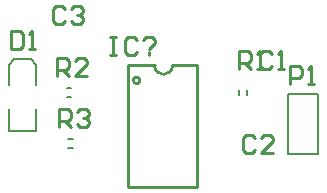
<source format=gto>
%FSLAX44Y44*%
%MOMM*%
G71*
G01*
G75*
G04 Layer_Color=65535*
%ADD10R,0.9000X0.8000*%
%ADD11R,0.9000X0.7000*%
%ADD12R,0.7000X0.9000*%
%ADD13R,0.8000X0.9000*%
%ADD14R,1.5000X1.5000*%
%ADD15C,0.2540*%
%ADD16C,1.5240*%
%ADD17C,1.5000*%
%ADD18C,0.2000*%
D15*
X281940Y158750D02*
G03*
X297180Y158750I7620J0D01*
G01*
X269540Y146050D02*
G03*
X269540Y146050I-2840J0D01*
G01*
X297180Y158750D02*
X317500D01*
X259080D02*
X281940D01*
X259080Y55880D02*
X317500D01*
Y158750D01*
X259080Y55880D02*
Y158750D01*
X244214Y182875D02*
X249292D01*
X246753D01*
Y167640D01*
X244214D01*
X249292D01*
X267067Y180336D02*
X264527Y182875D01*
X259449D01*
X256910Y180336D01*
Y170179D01*
X259449Y167640D01*
X264527D01*
X267067Y170179D01*
X272145Y180336D02*
X274684Y182875D01*
X279762D01*
X282302Y180336D01*
Y177797D01*
X277223Y172718D01*
Y170179D02*
Y167640D01*
X396614Y143256D02*
Y158491D01*
X404232D01*
X406771Y155952D01*
Y150873D01*
X404232Y148334D01*
X396614D01*
X411849Y143256D02*
X416927D01*
X414388D01*
Y158491D01*
X411849Y155952D01*
X381371Y168652D02*
X378832Y171191D01*
X373753D01*
X371214Y168652D01*
Y158495D01*
X373753Y155956D01*
X378832D01*
X381371Y158495D01*
X386449Y155956D02*
X391527D01*
X388988D01*
Y171191D01*
X386449Y168652D01*
X353434Y155956D02*
Y171191D01*
X361052D01*
X363591Y168652D01*
Y163573D01*
X361052Y161034D01*
X353434D01*
X358512D02*
X363591Y155956D01*
X368669D02*
X373747D01*
X371208D01*
Y171191D01*
X368669Y168652D01*
X200787Y106299D02*
Y121534D01*
X208405D01*
X210944Y118995D01*
Y113917D01*
X208405Y111377D01*
X200787D01*
X205865D02*
X210944Y106299D01*
X216022Y118995D02*
X218561Y121534D01*
X223640D01*
X226179Y118995D01*
Y116456D01*
X223640Y113917D01*
X221100D01*
X223640D01*
X226179Y111377D01*
Y108838D01*
X223640Y106299D01*
X218561D01*
X216022Y108838D01*
X199510Y149606D02*
Y164841D01*
X207128D01*
X209667Y162302D01*
Y157224D01*
X207128Y154684D01*
X199510D01*
X204588D02*
X209667Y149606D01*
X224902D02*
X214745D01*
X224902Y159763D01*
Y162302D01*
X222363Y164841D01*
X217284D01*
X214745Y162302D01*
X367147Y97532D02*
X364608Y100071D01*
X359529D01*
X356990Y97532D01*
Y87375D01*
X359529Y84836D01*
X364608D01*
X367147Y87375D01*
X382382Y84836D02*
X372225D01*
X382382Y94993D01*
Y97532D01*
X379843Y100071D01*
X374764D01*
X372225Y97532D01*
X160147Y187828D02*
Y172593D01*
X167764D01*
X170304Y175132D01*
Y185289D01*
X167764Y187828D01*
X160147D01*
X175382Y172593D02*
X180460D01*
X177921D01*
Y187828D01*
X175382Y185289D01*
X205864Y206625D02*
X203325Y209164D01*
X198246D01*
X195707Y206625D01*
Y196468D01*
X198246Y193929D01*
X203325D01*
X205864Y196468D01*
X210942Y206625D02*
X213481Y209164D01*
X218560D01*
X221099Y206625D01*
Y204086D01*
X218560Y201546D01*
X216020D01*
X218560D01*
X221099Y199007D01*
Y196468D01*
X218560Y193929D01*
X213481D01*
X210942Y196468D01*
D18*
X394970Y83820D02*
X420370D01*
X394970D02*
Y134620D01*
X420370D01*
Y83820D02*
Y134620D01*
X353370Y133890D02*
Y137890D01*
X360370Y133890D02*
Y137890D01*
X208820Y96210D02*
X212820D01*
X208820Y89210D02*
X212820D01*
X207550Y132390D02*
X211550D01*
X207550Y139390D02*
X211550D01*
X158680Y142080D02*
Y159080D01*
X177680Y164080D02*
X181680Y159080D01*
X158680D02*
X162680Y164080D01*
X181680Y142080D02*
Y159080D01*
X162680Y164080D02*
X177680D01*
X158680Y103080D02*
X181680D01*
X158680D02*
Y122080D01*
X181680Y103080D02*
Y122080D01*
M02*

</source>
